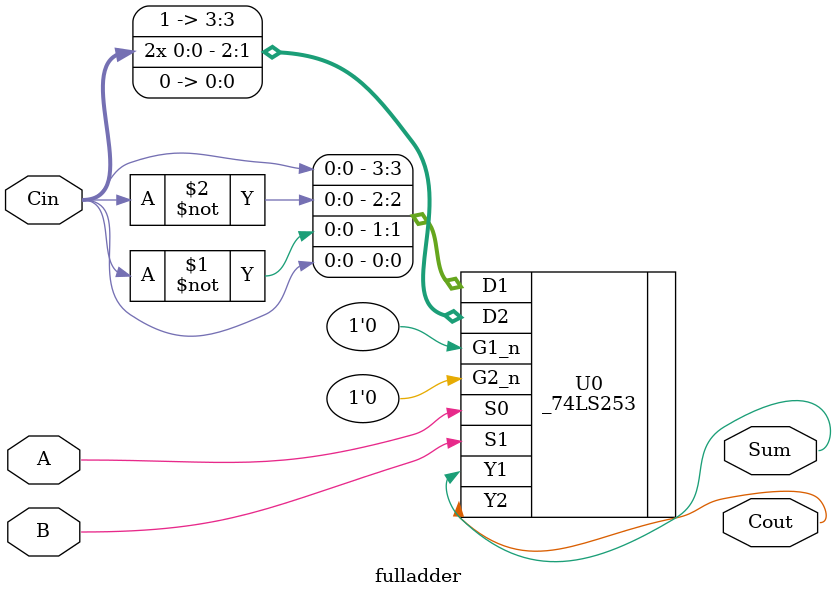
<source format=sv>
`timescale 1ns/1ps

module fulladder(

        input   	A,
	input		B,
	input 		Cin,
	output	 	Sum,
	output 		Cout

	);

	_74LS253 U0(.D1({Cin, ~Cin, ~Cin, Cin}), .D2({1'b1, Cin, Cin, 1'b0}), .S0(A), .S1(B), .G1_n(1'b0), .G2_n(1'b0), .Y1(Sum), .Y2(Cout));


endmodule

</source>
